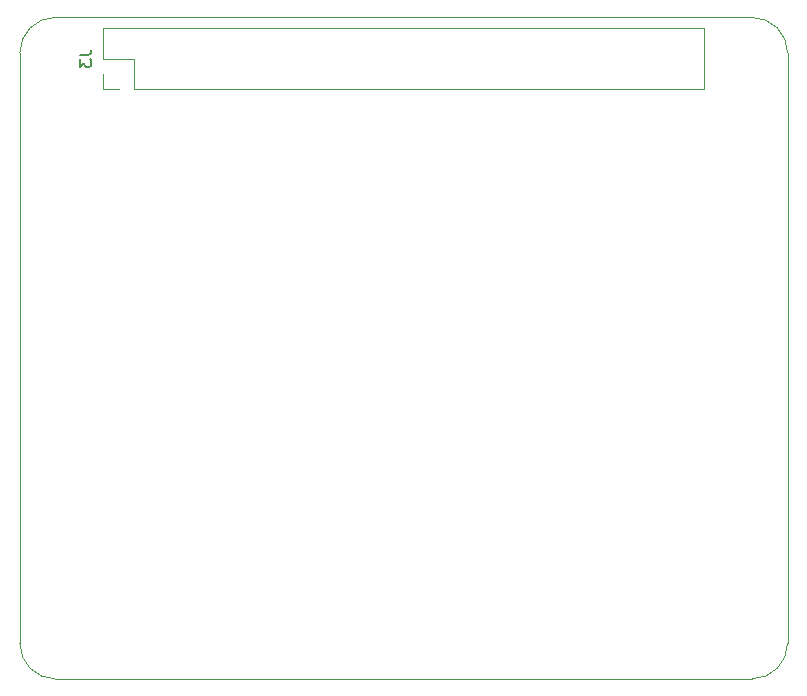
<source format=gbr>
G04 #@! TF.GenerationSoftware,KiCad,Pcbnew,5.1.5+dfsg1-2build2*
G04 #@! TF.CreationDate,2021-09-10T06:31:07+02:00*
G04 #@! TF.ProjectId,RPi_V24,5250695f-5632-4342-9e6b-696361645f70,1*
G04 #@! TF.SameCoordinates,Original*
G04 #@! TF.FileFunction,Legend,Bot*
G04 #@! TF.FilePolarity,Positive*
%FSLAX46Y46*%
G04 Gerber Fmt 4.6, Leading zero omitted, Abs format (unit mm)*
G04 Created by KiCad (PCBNEW 5.1.5+dfsg1-2build2) date 2021-09-10 06:31:07*
%MOMM*%
%LPD*%
G04 APERTURE LIST*
%ADD10C,0.100000*%
%ADD11C,0.120000*%
%ADD12C,0.150000*%
G04 APERTURE END LIST*
D10*
X78546356Y-63817611D02*
X78546356Y-113817611D01*
X78546356Y-63817611D02*
G75*
G02X81546356Y-60817611I3000000J0D01*
G01*
X140546356Y-60817611D02*
X81546356Y-60817611D01*
X140546356Y-60817611D02*
G75*
G02X143546356Y-63817611I0J-3000000D01*
G01*
X143546247Y-113792001D02*
X143546356Y-63817611D01*
X81546356Y-116817611D02*
G75*
G02X78546356Y-113817611I0J3000000D01*
G01*
X81546356Y-116817611D02*
X140546356Y-116817611D01*
X143546247Y-113792001D02*
G75*
G02X140546356Y-116817611I-2999891J-25610D01*
G01*
D11*
X85590000Y-61720000D02*
X85590000Y-64320000D01*
X85590000Y-61720000D02*
X136510000Y-61720000D01*
X136510000Y-61720000D02*
X136510000Y-66920000D01*
X88190000Y-66920000D02*
X136510000Y-66920000D01*
X88190000Y-64320000D02*
X88190000Y-66920000D01*
X85590000Y-64320000D02*
X88190000Y-64320000D01*
X85590000Y-66920000D02*
X86920000Y-66920000D01*
X85590000Y-65590000D02*
X85590000Y-66920000D01*
D12*
X83602380Y-63986666D02*
X84316666Y-63986666D01*
X84459523Y-63939047D01*
X84554761Y-63843809D01*
X84602380Y-63700952D01*
X84602380Y-63605714D01*
X83602380Y-64367619D02*
X83602380Y-64986666D01*
X83983333Y-64653333D01*
X83983333Y-64796190D01*
X84030952Y-64891428D01*
X84078571Y-64939047D01*
X84173809Y-64986666D01*
X84411904Y-64986666D01*
X84507142Y-64939047D01*
X84554761Y-64891428D01*
X84602380Y-64796190D01*
X84602380Y-64510476D01*
X84554761Y-64415238D01*
X84507142Y-64367619D01*
M02*

</source>
